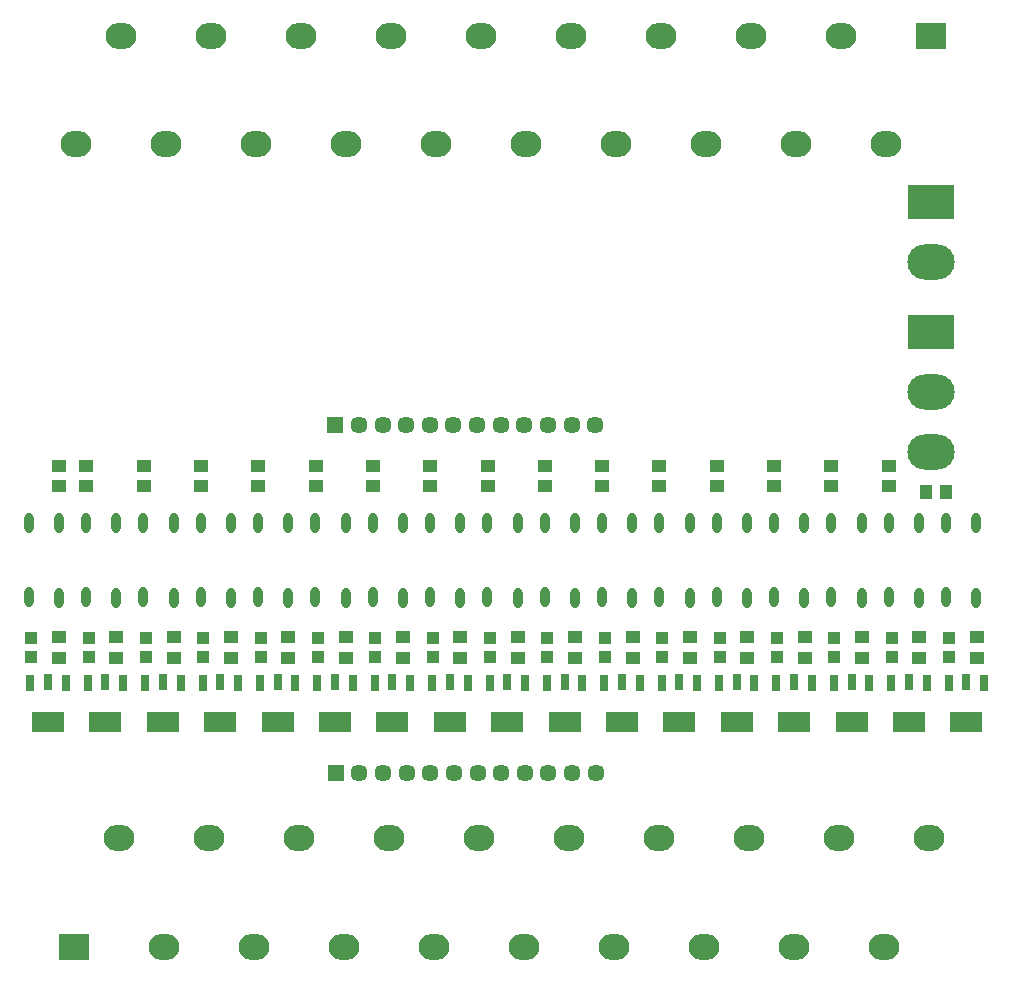
<source format=gbs>
G04*
G04 #@! TF.GenerationSoftware,Altium Limited,Altium Designer,19.0.4 (130)*
G04*
G04 Layer_Color=16711935*
%FSTAX24Y24*%
%MOIN*%
G70*
G01*
G75*
%ADD34R,0.0384X0.0513*%
%ADD40R,0.0513X0.0384*%
%ADD42O,0.0316X0.0682*%
%ADD43R,0.0395X0.0395*%
%ADD46R,0.1025X0.0867*%
%ADD47O,0.1025X0.0867*%
%ADD48O,0.1576X0.1180*%
%ADD49R,0.1576X0.1180*%
%ADD50C,0.0572*%
%ADD51R,0.0572X0.0572*%
%ADD70R,0.0305X0.0552*%
%ADD71R,0.1080X0.0652*%
D34*
X031224Y0187D02*
D03*
X030554D02*
D03*
D40*
X00164Y0189D02*
D03*
Y01957D02*
D03*
X01593D02*
D03*
Y0189D02*
D03*
X03224Y013863D02*
D03*
Y013193D02*
D03*
X01694Y013863D02*
D03*
Y013193D02*
D03*
X0293Y01957D02*
D03*
Y0189D02*
D03*
X01402Y01957D02*
D03*
Y0189D02*
D03*
X030327Y013863D02*
D03*
Y013193D02*
D03*
X015027Y013863D02*
D03*
Y013193D02*
D03*
X02739Y01957D02*
D03*
Y0189D02*
D03*
X01211Y01957D02*
D03*
Y0189D02*
D03*
X028415Y013863D02*
D03*
Y013193D02*
D03*
X013115Y013863D02*
D03*
Y013193D02*
D03*
X02548Y01957D02*
D03*
Y0189D02*
D03*
X0102Y01957D02*
D03*
Y0189D02*
D03*
X026502Y013863D02*
D03*
Y013193D02*
D03*
X011202Y013863D02*
D03*
Y013193D02*
D03*
X02357Y01957D02*
D03*
Y0189D02*
D03*
X00829Y01957D02*
D03*
Y0189D02*
D03*
X02459Y013863D02*
D03*
Y013193D02*
D03*
X00929Y013863D02*
D03*
Y013193D02*
D03*
X02166Y01957D02*
D03*
Y0189D02*
D03*
X00638Y01957D02*
D03*
Y0189D02*
D03*
X022677Y013863D02*
D03*
Y013193D02*
D03*
X007377Y013863D02*
D03*
Y013193D02*
D03*
X01975Y01957D02*
D03*
Y0189D02*
D03*
X00447Y01957D02*
D03*
Y0189D02*
D03*
X020765Y013863D02*
D03*
Y013193D02*
D03*
X005465Y013863D02*
D03*
Y013193D02*
D03*
X01784Y01957D02*
D03*
Y0189D02*
D03*
X00256Y01957D02*
D03*
Y0189D02*
D03*
X018852Y013863D02*
D03*
Y013193D02*
D03*
X003552Y013863D02*
D03*
Y013193D02*
D03*
X00164Y013863D02*
D03*
Y013193D02*
D03*
D42*
X03121Y015203D02*
D03*
X03222Y015193D02*
D03*
Y017673D02*
D03*
X03121Y017683D02*
D03*
X029299Y015203D02*
D03*
X030309Y015193D02*
D03*
Y017673D02*
D03*
X029299Y017683D02*
D03*
X027389Y015203D02*
D03*
X028399Y015193D02*
D03*
Y017673D02*
D03*
X027389Y017683D02*
D03*
X025478Y015203D02*
D03*
X026488Y015193D02*
D03*
Y017673D02*
D03*
X025478Y017683D02*
D03*
X023568Y015203D02*
D03*
X024578Y015193D02*
D03*
Y017673D02*
D03*
X023568Y017683D02*
D03*
X021657Y015203D02*
D03*
X022667Y015193D02*
D03*
Y017673D02*
D03*
X021657Y017683D02*
D03*
X019746Y015203D02*
D03*
X020756Y015193D02*
D03*
Y017673D02*
D03*
X019746Y017683D02*
D03*
X017836Y015203D02*
D03*
X018846Y015193D02*
D03*
Y017673D02*
D03*
X017836Y017683D02*
D03*
X015925Y015203D02*
D03*
X016935Y015193D02*
D03*
Y017673D02*
D03*
X015925Y017683D02*
D03*
X014014Y015203D02*
D03*
X015024Y015193D02*
D03*
Y017673D02*
D03*
X014014Y017683D02*
D03*
X012104Y015203D02*
D03*
X013114Y015193D02*
D03*
Y017673D02*
D03*
X012104Y017683D02*
D03*
X010193Y015203D02*
D03*
X011203Y015193D02*
D03*
Y017673D02*
D03*
X010193Y017683D02*
D03*
X008282Y015203D02*
D03*
X009293Y015193D02*
D03*
Y017673D02*
D03*
X008282Y017683D02*
D03*
X006372Y015203D02*
D03*
X007382Y015193D02*
D03*
Y017673D02*
D03*
X006372Y017683D02*
D03*
X004461Y015203D02*
D03*
X005471Y015193D02*
D03*
Y017673D02*
D03*
X004461Y017683D02*
D03*
X002551Y015203D02*
D03*
X003561Y015193D02*
D03*
Y017673D02*
D03*
X002551Y017683D02*
D03*
X00064Y015203D02*
D03*
X00165Y015193D02*
D03*
Y017673D02*
D03*
X00064Y017683D02*
D03*
D43*
X03131Y013225D02*
D03*
Y013855D02*
D03*
X016015Y013225D02*
D03*
Y013855D02*
D03*
X029398Y013225D02*
D03*
Y013855D02*
D03*
X014103Y013225D02*
D03*
Y013855D02*
D03*
X027486Y013225D02*
D03*
Y013855D02*
D03*
X012191Y013225D02*
D03*
Y013855D02*
D03*
X025574Y013225D02*
D03*
Y013855D02*
D03*
X010279Y013225D02*
D03*
Y013855D02*
D03*
X023663Y013225D02*
D03*
Y013855D02*
D03*
X008367Y013225D02*
D03*
Y013855D02*
D03*
X021751Y013225D02*
D03*
Y013855D02*
D03*
X006456Y013225D02*
D03*
Y013855D02*
D03*
X019839Y013225D02*
D03*
Y013855D02*
D03*
X004544Y013225D02*
D03*
Y013855D02*
D03*
X017927Y013225D02*
D03*
Y013855D02*
D03*
X002632Y013225D02*
D03*
Y013855D02*
D03*
X00072Y013225D02*
D03*
Y013855D02*
D03*
D46*
X030715Y03392D02*
D03*
X00213Y00356D02*
D03*
D47*
X029215Y030298D02*
D03*
X027715Y03392D02*
D03*
X026215Y030298D02*
D03*
X024715Y03392D02*
D03*
X023215Y030298D02*
D03*
X021715Y03392D02*
D03*
X020215Y030298D02*
D03*
X018715Y03392D02*
D03*
X017215Y030298D02*
D03*
X015715Y03392D02*
D03*
X014215Y030298D02*
D03*
X012715Y03392D02*
D03*
X011215Y030298D02*
D03*
X009715Y03392D02*
D03*
X008215Y030298D02*
D03*
X006715Y03392D02*
D03*
X005215Y030298D02*
D03*
X003715Y03392D02*
D03*
X002215Y030298D02*
D03*
X03063Y007182D02*
D03*
X02913Y00356D02*
D03*
X02763Y007182D02*
D03*
X02613Y00356D02*
D03*
X02463Y007182D02*
D03*
X02313Y00356D02*
D03*
X02163Y007182D02*
D03*
X02013Y00356D02*
D03*
X01863Y007182D02*
D03*
X01713Y00356D02*
D03*
X01563Y007182D02*
D03*
X01413Y00356D02*
D03*
X01263Y007182D02*
D03*
X01113Y00356D02*
D03*
X00963Y007182D02*
D03*
X00813Y00356D02*
D03*
X00663Y007182D02*
D03*
X00513Y00356D02*
D03*
X00363Y007182D02*
D03*
D48*
X030715Y02004D02*
D03*
Y02204D02*
D03*
X03071Y02638D02*
D03*
D49*
X030715Y02404D02*
D03*
X03071Y02838D02*
D03*
D50*
X019534Y00934D02*
D03*
X018747D02*
D03*
X01796D02*
D03*
X017172D02*
D03*
X016385D02*
D03*
X015597D02*
D03*
X01481D02*
D03*
X014023D02*
D03*
X013235D02*
D03*
X012448D02*
D03*
X01166D02*
D03*
X011644Y02094D02*
D03*
X012431D02*
D03*
X013219D02*
D03*
X014006D02*
D03*
X014794D02*
D03*
X015581D02*
D03*
X016368D02*
D03*
X017156D02*
D03*
X017943D02*
D03*
X018731D02*
D03*
X019518D02*
D03*
D51*
X010873Y00934D02*
D03*
X010857Y02094D02*
D03*
D70*
X03248Y01236D02*
D03*
X03189Y01237D02*
D03*
X0313Y01236D02*
D03*
X030567D02*
D03*
X029977Y01237D02*
D03*
X029387Y01236D02*
D03*
X028654D02*
D03*
X028064Y01237D02*
D03*
X027474Y01236D02*
D03*
X026741D02*
D03*
X026151Y01237D02*
D03*
X025561Y01236D02*
D03*
X024827D02*
D03*
X024237Y01237D02*
D03*
X023647Y01236D02*
D03*
X022914D02*
D03*
X022324Y01237D02*
D03*
X021734Y01236D02*
D03*
X021001D02*
D03*
X020411Y01237D02*
D03*
X019821Y01236D02*
D03*
X019088D02*
D03*
X018498Y01237D02*
D03*
X017908Y01236D02*
D03*
X017175D02*
D03*
X016585Y01237D02*
D03*
X015995Y01236D02*
D03*
X015262D02*
D03*
X014672Y01237D02*
D03*
X014082Y01236D02*
D03*
X013349D02*
D03*
X012759Y01237D02*
D03*
X012169Y01236D02*
D03*
X011436D02*
D03*
X010846Y01237D02*
D03*
X010256Y01236D02*
D03*
X009523D02*
D03*
X008932Y01237D02*
D03*
X008342Y01236D02*
D03*
X007609D02*
D03*
X007019Y01237D02*
D03*
X006429Y01236D02*
D03*
X005696D02*
D03*
X005106Y01237D02*
D03*
X004516Y01236D02*
D03*
X003783D02*
D03*
X003193Y01237D02*
D03*
X002603Y01236D02*
D03*
X00187D02*
D03*
X00128Y01237D02*
D03*
X00069Y01236D02*
D03*
D71*
X03189Y011048D02*
D03*
X029977D02*
D03*
X028064D02*
D03*
X026151D02*
D03*
X024237D02*
D03*
X022324D02*
D03*
X020411D02*
D03*
X018498D02*
D03*
X016585D02*
D03*
X014672D02*
D03*
X012759D02*
D03*
X010846D02*
D03*
X008932D02*
D03*
X007019D02*
D03*
X005106D02*
D03*
X003193D02*
D03*
X00128D02*
D03*
M02*

</source>
